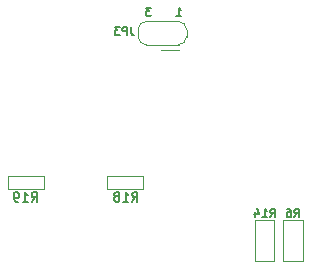
<source format=gbr>
%TF.GenerationSoftware,KiCad,Pcbnew,(6.0.5)*%
%TF.CreationDate,2022-09-05T15:54:14+03:00*%
%TF.ProjectId,KartliGecis_v1,4b617274-6c69-4476-9563-69735f76312e,v1.0*%
%TF.SameCoordinates,Original*%
%TF.FileFunction,Legend,Bot*%
%TF.FilePolarity,Positive*%
%FSLAX46Y46*%
G04 Gerber Fmt 4.6, Leading zero omitted, Abs format (unit mm)*
G04 Created by KiCad (PCBNEW (6.0.5)) date 2022-09-05 15:54:14*
%MOMM*%
%LPD*%
G01*
G04 APERTURE LIST*
%ADD10C,0.120000*%
%ADD11C,0.150000*%
G04 APERTURE END LIST*
D10*
X96393000Y-99568000D02*
X94818200Y-99568000D01*
D11*
%TO.C,JP3*%
X92302733Y-97635266D02*
X92302733Y-98135266D01*
X92336066Y-98235266D01*
X92402733Y-98301933D01*
X92502733Y-98335266D01*
X92569400Y-98335266D01*
X91969400Y-98335266D02*
X91969400Y-97635266D01*
X91702733Y-97635266D01*
X91636066Y-97668600D01*
X91602733Y-97701933D01*
X91569400Y-97768600D01*
X91569400Y-97868600D01*
X91602733Y-97935266D01*
X91636066Y-97968600D01*
X91702733Y-98001933D01*
X91969400Y-98001933D01*
X91336066Y-97635266D02*
X90902733Y-97635266D01*
X91136066Y-97901933D01*
X91036066Y-97901933D01*
X90969400Y-97935266D01*
X90936066Y-97968600D01*
X90902733Y-98035266D01*
X90902733Y-98201933D01*
X90936066Y-98268600D01*
X90969400Y-98301933D01*
X91036066Y-98335266D01*
X91236066Y-98335266D01*
X91302733Y-98301933D01*
X91336066Y-98268600D01*
X96142200Y-96709666D02*
X96542200Y-96709666D01*
X96342200Y-96709666D02*
X96342200Y-96009666D01*
X96408866Y-96109666D01*
X96475533Y-96176333D01*
X96542200Y-96209666D01*
X93989333Y-95984266D02*
X93556000Y-95984266D01*
X93789333Y-96250933D01*
X93689333Y-96250933D01*
X93622666Y-96284266D01*
X93589333Y-96317600D01*
X93556000Y-96384266D01*
X93556000Y-96550933D01*
X93589333Y-96617600D01*
X93622666Y-96650933D01*
X93689333Y-96684266D01*
X93889333Y-96684266D01*
X93956000Y-96650933D01*
X93989333Y-96617600D01*
%TO.C,R6*%
X106136266Y-113727666D02*
X106369600Y-113394333D01*
X106536266Y-113727666D02*
X106536266Y-113027666D01*
X106269600Y-113027666D01*
X106202933Y-113061000D01*
X106169600Y-113094333D01*
X106136266Y-113161000D01*
X106136266Y-113261000D01*
X106169600Y-113327666D01*
X106202933Y-113361000D01*
X106269600Y-113394333D01*
X106536266Y-113394333D01*
X105536266Y-113027666D02*
X105669600Y-113027666D01*
X105736266Y-113061000D01*
X105769600Y-113094333D01*
X105836266Y-113194333D01*
X105869600Y-113327666D01*
X105869600Y-113594333D01*
X105836266Y-113661000D01*
X105802933Y-113694333D01*
X105736266Y-113727666D01*
X105602933Y-113727666D01*
X105536266Y-113694333D01*
X105502933Y-113661000D01*
X105469600Y-113594333D01*
X105469600Y-113427666D01*
X105502933Y-113361000D01*
X105536266Y-113327666D01*
X105602933Y-113294333D01*
X105736266Y-113294333D01*
X105802933Y-113327666D01*
X105836266Y-113361000D01*
X105869600Y-113427666D01*
%TO.C,R14*%
X104082000Y-113727666D02*
X104315333Y-113394333D01*
X104482000Y-113727666D02*
X104482000Y-113027666D01*
X104215333Y-113027666D01*
X104148666Y-113061000D01*
X104115333Y-113094333D01*
X104082000Y-113161000D01*
X104082000Y-113261000D01*
X104115333Y-113327666D01*
X104148666Y-113361000D01*
X104215333Y-113394333D01*
X104482000Y-113394333D01*
X103415333Y-113727666D02*
X103815333Y-113727666D01*
X103615333Y-113727666D02*
X103615333Y-113027666D01*
X103682000Y-113127666D01*
X103748666Y-113194333D01*
X103815333Y-113227666D01*
X102815333Y-113261000D02*
X102815333Y-113727666D01*
X102982000Y-112994333D02*
X103148666Y-113494333D01*
X102715333Y-113494333D01*
%TO.C,R18*%
X92386085Y-112426704D02*
X92652752Y-112045752D01*
X92843228Y-112426704D02*
X92843228Y-111626704D01*
X92538466Y-111626704D01*
X92462276Y-111664800D01*
X92424180Y-111702895D01*
X92386085Y-111779085D01*
X92386085Y-111893371D01*
X92424180Y-111969561D01*
X92462276Y-112007657D01*
X92538466Y-112045752D01*
X92843228Y-112045752D01*
X91624180Y-112426704D02*
X92081323Y-112426704D01*
X91852752Y-112426704D02*
X91852752Y-111626704D01*
X91928942Y-111740990D01*
X92005133Y-111817180D01*
X92081323Y-111855276D01*
X91167038Y-111969561D02*
X91243228Y-111931466D01*
X91281323Y-111893371D01*
X91319419Y-111817180D01*
X91319419Y-111779085D01*
X91281323Y-111702895D01*
X91243228Y-111664800D01*
X91167038Y-111626704D01*
X91014657Y-111626704D01*
X90938466Y-111664800D01*
X90900371Y-111702895D01*
X90862276Y-111779085D01*
X90862276Y-111817180D01*
X90900371Y-111893371D01*
X90938466Y-111931466D01*
X91014657Y-111969561D01*
X91167038Y-111969561D01*
X91243228Y-112007657D01*
X91281323Y-112045752D01*
X91319419Y-112121942D01*
X91319419Y-112274323D01*
X91281323Y-112350514D01*
X91243228Y-112388609D01*
X91167038Y-112426704D01*
X91014657Y-112426704D01*
X90938466Y-112388609D01*
X90900371Y-112350514D01*
X90862276Y-112274323D01*
X90862276Y-112121942D01*
X90900371Y-112045752D01*
X90938466Y-112007657D01*
X91014657Y-111969561D01*
%TO.C,R19*%
X83877085Y-112426704D02*
X84143752Y-112045752D01*
X84334228Y-112426704D02*
X84334228Y-111626704D01*
X84029466Y-111626704D01*
X83953276Y-111664800D01*
X83915180Y-111702895D01*
X83877085Y-111779085D01*
X83877085Y-111893371D01*
X83915180Y-111969561D01*
X83953276Y-112007657D01*
X84029466Y-112045752D01*
X84334228Y-112045752D01*
X83115180Y-112426704D02*
X83572323Y-112426704D01*
X83343752Y-112426704D02*
X83343752Y-111626704D01*
X83419942Y-111740990D01*
X83496133Y-111817180D01*
X83572323Y-111855276D01*
X82734228Y-112426704D02*
X82581847Y-112426704D01*
X82505657Y-112388609D01*
X82467561Y-112350514D01*
X82391371Y-112236228D01*
X82353276Y-112083847D01*
X82353276Y-111779085D01*
X82391371Y-111702895D01*
X82429466Y-111664800D01*
X82505657Y-111626704D01*
X82658038Y-111626704D01*
X82734228Y-111664800D01*
X82772323Y-111702895D01*
X82810419Y-111779085D01*
X82810419Y-111969561D01*
X82772323Y-112045752D01*
X82734228Y-112083847D01*
X82658038Y-112121942D01*
X82505657Y-112121942D01*
X82429466Y-112083847D01*
X82391371Y-112045752D01*
X82353276Y-111969561D01*
D10*
%TO.C,JP3*%
X92895200Y-97845600D02*
X92895200Y-98445600D01*
X96345200Y-97145600D02*
X93545200Y-97145600D01*
X96995200Y-98445600D02*
X96995200Y-97845600D01*
X93545200Y-99145600D02*
X96345200Y-99145600D01*
X96995200Y-97845600D02*
G75*
G03*
X96295200Y-97145600I-699999J1D01*
G01*
X93595200Y-97145600D02*
G75*
G03*
X92895200Y-97845600I0J-700000D01*
G01*
X96295200Y-99145600D02*
G75*
G03*
X96995200Y-98445600I1J699999D01*
G01*
X92895200Y-98445600D02*
G75*
G03*
X93595200Y-99145600I700000J0D01*
G01*
%TO.C,R6*%
X105194100Y-117411500D02*
X106845100Y-117411500D01*
X105194100Y-113982500D02*
X106845100Y-113982500D01*
X105194100Y-113982500D02*
X105194100Y-117411500D01*
X106845100Y-113982500D02*
X106845100Y-117411500D01*
%TO.C,R14*%
X102755700Y-117436900D02*
X104406700Y-117436900D01*
X104406700Y-114007900D02*
X104406700Y-117436900D01*
X102755700Y-114007900D02*
X104406700Y-114007900D01*
X102755700Y-114007900D02*
X102755700Y-117436900D01*
%TO.C,R18*%
X90271600Y-111366300D02*
X93319600Y-111366300D01*
X90271600Y-111366300D02*
X90271600Y-110223300D01*
X90271600Y-110223300D02*
X93319600Y-110223300D01*
X93319600Y-111366300D02*
X93319600Y-110223300D01*
%TO.C,R19*%
X84937600Y-110223300D02*
X81889600Y-110223300D01*
X84937600Y-111366300D02*
X81889600Y-111366300D01*
X84937600Y-110223300D02*
X84937600Y-111366300D01*
X81889600Y-110223300D02*
X81889600Y-111366300D01*
%TD*%
M02*

</source>
